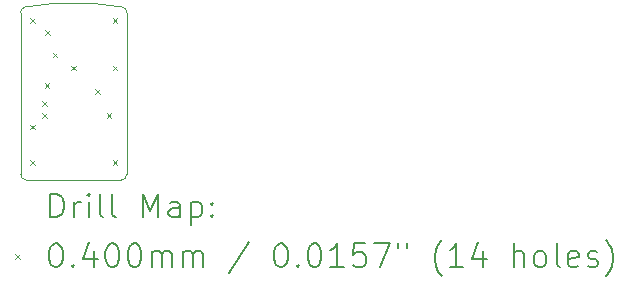
<source format=gbr>
%TF.GenerationSoftware,KiCad,Pcbnew,6.0.10-86aedd382b~118~ubuntu22.04.1*%
%TF.CreationDate,2023-03-14T18:40:59-07:00*%
%TF.ProjectId,baro-temp-qwiic,6261726f-2d74-4656-9d70-2d7177696963,rev?*%
%TF.SameCoordinates,Original*%
%TF.FileFunction,Drillmap*%
%TF.FilePolarity,Positive*%
%FSLAX45Y45*%
G04 Gerber Fmt 4.5, Leading zero omitted, Abs format (unit mm)*
G04 Created by KiCad (PCBNEW 6.0.10-86aedd382b~118~ubuntu22.04.1) date 2023-03-14 18:40:59*
%MOMM*%
%LPD*%
G01*
G04 APERTURE LIST*
%ADD10C,0.100000*%
%ADD11C,0.200000*%
%ADD12C,0.040000*%
G04 APERTURE END LIST*
D10*
X408032Y2167012D02*
G75*
G03*
X-408032Y2167012I-408032J-2507010D01*
G01*
X-408032Y2167012D02*
G75*
G03*
X-450000Y2117662I8032J-49351D01*
G01*
X400000Y700000D02*
G75*
G03*
X450000Y750000I0J50000D01*
G01*
X-400000Y700000D02*
X400000Y700000D01*
X-450000Y750000D02*
G75*
G03*
X-400000Y700000I50000J0D01*
G01*
X-450000Y2117662D02*
X-450000Y750000D01*
X450000Y750000D02*
X450000Y2117662D01*
X450001Y2117662D02*
G75*
G03*
X408032Y2167012I-50001J-2D01*
G01*
D11*
D12*
X-370000Y2070000D02*
X-330000Y2030000D01*
X-330000Y2070000D02*
X-370000Y2030000D01*
X-370000Y1170000D02*
X-330000Y1130000D01*
X-330000Y1170000D02*
X-370000Y1130000D01*
X-370000Y870000D02*
X-330000Y830000D01*
X-330000Y870000D02*
X-370000Y830000D01*
X-270000Y1370000D02*
X-230000Y1330000D01*
X-230000Y1370000D02*
X-270000Y1330000D01*
X-270000Y1270000D02*
X-230000Y1230000D01*
X-230000Y1270000D02*
X-270000Y1230000D01*
X-245000Y1520000D02*
X-205000Y1480000D01*
X-205000Y1520000D02*
X-245000Y1480000D01*
X-240000Y1970000D02*
X-200000Y1930000D01*
X-200000Y1970000D02*
X-240000Y1930000D01*
X-177550Y1778675D02*
X-137550Y1738675D01*
X-137550Y1778675D02*
X-177550Y1738675D01*
X-20000Y1670000D02*
X20000Y1630000D01*
X20000Y1670000D02*
X-20000Y1630000D01*
X180000Y1470000D02*
X220000Y1430000D01*
X220000Y1470000D02*
X180000Y1430000D01*
X280000Y1270000D02*
X320000Y1230000D01*
X320000Y1270000D02*
X280000Y1230000D01*
X330000Y2070000D02*
X370000Y2030000D01*
X370000Y2070000D02*
X330000Y2030000D01*
X330000Y1670000D02*
X370000Y1630000D01*
X370000Y1670000D02*
X330000Y1630000D01*
X330000Y870000D02*
X370000Y830000D01*
X370000Y870000D02*
X330000Y830000D01*
D11*
X-197381Y384524D02*
X-197381Y584524D01*
X-149762Y584524D01*
X-121190Y575000D01*
X-102143Y555952D01*
X-92619Y536905D01*
X-83095Y498809D01*
X-83095Y470238D01*
X-92619Y432143D01*
X-102143Y413095D01*
X-121190Y394048D01*
X-149762Y384524D01*
X-197381Y384524D01*
X2619Y384524D02*
X2619Y517857D01*
X2619Y479762D02*
X12143Y498809D01*
X21667Y508333D01*
X40714Y517857D01*
X59762Y517857D01*
X126428Y384524D02*
X126428Y517857D01*
X126428Y584524D02*
X116905Y575000D01*
X126428Y565476D01*
X135952Y575000D01*
X126428Y584524D01*
X126428Y565476D01*
X250238Y384524D02*
X231190Y394048D01*
X221667Y413095D01*
X221667Y584524D01*
X355000Y384524D02*
X335952Y394048D01*
X326429Y413095D01*
X326429Y584524D01*
X583571Y384524D02*
X583571Y584524D01*
X650238Y441667D01*
X716905Y584524D01*
X716905Y384524D01*
X897857Y384524D02*
X897857Y489286D01*
X888333Y508333D01*
X869286Y517857D01*
X831190Y517857D01*
X812143Y508333D01*
X897857Y394048D02*
X878809Y384524D01*
X831190Y384524D01*
X812143Y394048D01*
X802619Y413095D01*
X802619Y432143D01*
X812143Y451190D01*
X831190Y460714D01*
X878809Y460714D01*
X897857Y470238D01*
X993095Y517857D02*
X993095Y317857D01*
X993095Y508333D02*
X1012143Y517857D01*
X1050238Y517857D01*
X1069286Y508333D01*
X1078810Y498809D01*
X1088333Y479762D01*
X1088333Y422619D01*
X1078810Y403571D01*
X1069286Y394048D01*
X1050238Y384524D01*
X1012143Y384524D01*
X993095Y394048D01*
X1174048Y403571D02*
X1183571Y394048D01*
X1174048Y384524D01*
X1164524Y394048D01*
X1174048Y403571D01*
X1174048Y384524D01*
X1174048Y508333D02*
X1183571Y498809D01*
X1174048Y489286D01*
X1164524Y498809D01*
X1174048Y508333D01*
X1174048Y489286D01*
D12*
X-495000Y75000D02*
X-455000Y35000D01*
X-455000Y75000D02*
X-495000Y35000D01*
D11*
X-159286Y164524D02*
X-140238Y164524D01*
X-121190Y155000D01*
X-111667Y145476D01*
X-102143Y126428D01*
X-92619Y88333D01*
X-92619Y40714D01*
X-102143Y2619D01*
X-111667Y-16429D01*
X-121190Y-25952D01*
X-140238Y-35476D01*
X-159286Y-35476D01*
X-178333Y-25952D01*
X-187857Y-16429D01*
X-197381Y2619D01*
X-206905Y40714D01*
X-206905Y88333D01*
X-197381Y126428D01*
X-187857Y145476D01*
X-178333Y155000D01*
X-159286Y164524D01*
X-6905Y-16429D02*
X2619Y-25952D01*
X-6905Y-35476D01*
X-16429Y-25952D01*
X-6905Y-16429D01*
X-6905Y-35476D01*
X174048Y97857D02*
X174048Y-35476D01*
X126428Y174048D02*
X78810Y31190D01*
X202619Y31190D01*
X316905Y164524D02*
X335952Y164524D01*
X355000Y155000D01*
X364524Y145476D01*
X374048Y126428D01*
X383571Y88333D01*
X383571Y40714D01*
X374048Y2619D01*
X364524Y-16429D01*
X355000Y-25952D01*
X335952Y-35476D01*
X316905Y-35476D01*
X297857Y-25952D01*
X288333Y-16429D01*
X278810Y2619D01*
X269286Y40714D01*
X269286Y88333D01*
X278810Y126428D01*
X288333Y145476D01*
X297857Y155000D01*
X316905Y164524D01*
X507381Y164524D02*
X526429Y164524D01*
X545476Y155000D01*
X555000Y145476D01*
X564524Y126428D01*
X574048Y88333D01*
X574048Y40714D01*
X564524Y2619D01*
X555000Y-16429D01*
X545476Y-25952D01*
X526429Y-35476D01*
X507381Y-35476D01*
X488333Y-25952D01*
X478809Y-16429D01*
X469286Y2619D01*
X459762Y40714D01*
X459762Y88333D01*
X469286Y126428D01*
X478809Y145476D01*
X488333Y155000D01*
X507381Y164524D01*
X659762Y-35476D02*
X659762Y97857D01*
X659762Y78810D02*
X669286Y88333D01*
X688333Y97857D01*
X716905Y97857D01*
X735952Y88333D01*
X745476Y69286D01*
X745476Y-35476D01*
X745476Y69286D02*
X755000Y88333D01*
X774048Y97857D01*
X802619Y97857D01*
X821667Y88333D01*
X831190Y69286D01*
X831190Y-35476D01*
X926428Y-35476D02*
X926428Y97857D01*
X926428Y78810D02*
X935952Y88333D01*
X955000Y97857D01*
X983571Y97857D01*
X1002619Y88333D01*
X1012143Y69286D01*
X1012143Y-35476D01*
X1012143Y69286D02*
X1021667Y88333D01*
X1040714Y97857D01*
X1069286Y97857D01*
X1088333Y88333D01*
X1097857Y69286D01*
X1097857Y-35476D01*
X1488333Y174048D02*
X1316905Y-83095D01*
X1745476Y164524D02*
X1764524Y164524D01*
X1783571Y155000D01*
X1793095Y145476D01*
X1802619Y126428D01*
X1812143Y88333D01*
X1812143Y40714D01*
X1802619Y2619D01*
X1793095Y-16429D01*
X1783571Y-25952D01*
X1764524Y-35476D01*
X1745476Y-35476D01*
X1726428Y-25952D01*
X1716905Y-16429D01*
X1707381Y2619D01*
X1697857Y40714D01*
X1697857Y88333D01*
X1707381Y126428D01*
X1716905Y145476D01*
X1726428Y155000D01*
X1745476Y164524D01*
X1897857Y-16429D02*
X1907381Y-25952D01*
X1897857Y-35476D01*
X1888333Y-25952D01*
X1897857Y-16429D01*
X1897857Y-35476D01*
X2031190Y164524D02*
X2050238Y164524D01*
X2069286Y155000D01*
X2078809Y145476D01*
X2088333Y126428D01*
X2097857Y88333D01*
X2097857Y40714D01*
X2088333Y2619D01*
X2078809Y-16429D01*
X2069286Y-25952D01*
X2050238Y-35476D01*
X2031190Y-35476D01*
X2012143Y-25952D01*
X2002619Y-16429D01*
X1993095Y2619D01*
X1983571Y40714D01*
X1983571Y88333D01*
X1993095Y126428D01*
X2002619Y145476D01*
X2012143Y155000D01*
X2031190Y164524D01*
X2288333Y-35476D02*
X2174048Y-35476D01*
X2231190Y-35476D02*
X2231190Y164524D01*
X2212143Y135952D01*
X2193095Y116905D01*
X2174048Y107381D01*
X2469286Y164524D02*
X2374048Y164524D01*
X2364524Y69286D01*
X2374048Y78810D01*
X2393095Y88333D01*
X2440714Y88333D01*
X2459762Y78810D01*
X2469286Y69286D01*
X2478810Y50238D01*
X2478810Y2619D01*
X2469286Y-16429D01*
X2459762Y-25952D01*
X2440714Y-35476D01*
X2393095Y-35476D01*
X2374048Y-25952D01*
X2364524Y-16429D01*
X2545476Y164524D02*
X2678810Y164524D01*
X2593095Y-35476D01*
X2745476Y164524D02*
X2745476Y126428D01*
X2821667Y164524D02*
X2821667Y126428D01*
X3116905Y-111667D02*
X3107381Y-102143D01*
X3088333Y-73571D01*
X3078809Y-54524D01*
X3069286Y-25952D01*
X3059762Y21667D01*
X3059762Y59762D01*
X3069286Y107381D01*
X3078809Y135952D01*
X3088333Y155000D01*
X3107381Y183571D01*
X3116905Y193095D01*
X3297857Y-35476D02*
X3183571Y-35476D01*
X3240714Y-35476D02*
X3240714Y164524D01*
X3221667Y135952D01*
X3202619Y116905D01*
X3183571Y107381D01*
X3469286Y97857D02*
X3469286Y-35476D01*
X3421667Y174048D02*
X3374048Y31190D01*
X3497857Y31190D01*
X3726428Y-35476D02*
X3726428Y164524D01*
X3812143Y-35476D02*
X3812143Y69286D01*
X3802619Y88333D01*
X3783571Y97857D01*
X3755000Y97857D01*
X3735952Y88333D01*
X3726428Y78810D01*
X3935952Y-35476D02*
X3916905Y-25952D01*
X3907381Y-16429D01*
X3897857Y2619D01*
X3897857Y59762D01*
X3907381Y78810D01*
X3916905Y88333D01*
X3935952Y97857D01*
X3964524Y97857D01*
X3983571Y88333D01*
X3993095Y78810D01*
X4002619Y59762D01*
X4002619Y2619D01*
X3993095Y-16429D01*
X3983571Y-25952D01*
X3964524Y-35476D01*
X3935952Y-35476D01*
X4116905Y-35476D02*
X4097857Y-25952D01*
X4088333Y-6905D01*
X4088333Y164524D01*
X4269286Y-25952D02*
X4250238Y-35476D01*
X4212143Y-35476D01*
X4193095Y-25952D01*
X4183571Y-6905D01*
X4183571Y69286D01*
X4193095Y88333D01*
X4212143Y97857D01*
X4250238Y97857D01*
X4269286Y88333D01*
X4278810Y69286D01*
X4278810Y50238D01*
X4183571Y31190D01*
X4355000Y-25952D02*
X4374048Y-35476D01*
X4412143Y-35476D01*
X4431190Y-25952D01*
X4440714Y-6905D01*
X4440714Y2619D01*
X4431190Y21667D01*
X4412143Y31190D01*
X4383571Y31190D01*
X4364524Y40714D01*
X4355000Y59762D01*
X4355000Y69286D01*
X4364524Y88333D01*
X4383571Y97857D01*
X4412143Y97857D01*
X4431190Y88333D01*
X4507381Y-111667D02*
X4516905Y-102143D01*
X4535952Y-73571D01*
X4545476Y-54524D01*
X4555000Y-25952D01*
X4564524Y21667D01*
X4564524Y59762D01*
X4555000Y107381D01*
X4545476Y135952D01*
X4535952Y155000D01*
X4516905Y183571D01*
X4507381Y193095D01*
M02*

</source>
